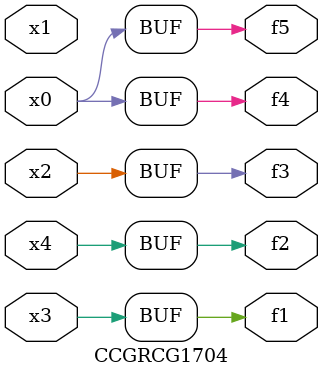
<source format=v>
module CCGRCG1704(
	input x0, x1, x2, x3, x4,
	output f1, f2, f3, f4, f5
);
	assign f1 = x3;
	assign f2 = x4;
	assign f3 = x2;
	assign f4 = x0;
	assign f5 = x0;
endmodule

</source>
